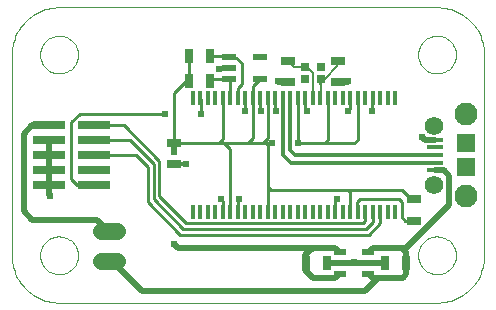
<source format=gtl>
G75*
G70*
%OFA0B0*%
%FSLAX24Y24*%
%IPPOS*%
%LPD*%
%AMOC8*
5,1,8,0,0,1.08239X$1,22.5*
%
%ADD10C,0.0000*%
%ADD11R,0.0138X0.0472*%
%ADD12R,0.0295X0.0276*%
%ADD13R,0.0472X0.0315*%
%ADD14R,0.0315X0.0472*%
%ADD15C,0.0560*%
%ADD16R,0.0394X0.0197*%
%ADD17R,0.1100X0.0290*%
%ADD18R,0.0472X0.0217*%
%ADD19R,0.0551X0.0138*%
%ADD20C,0.0768*%
%ADD21C,0.0620*%
%ADD22R,0.0591X0.0591*%
%ADD23C,0.0060*%
%ADD24C,0.0126*%
%ADD25C,0.0200*%
%ADD26C,0.0100*%
%ADD27C,0.0160*%
%ADD28C,0.0238*%
%ADD29C,0.0120*%
D10*
X001775Y000200D02*
X014373Y000200D01*
X013743Y001775D02*
X013745Y001825D01*
X013751Y001875D01*
X013761Y001924D01*
X013775Y001972D01*
X013792Y002019D01*
X013813Y002064D01*
X013838Y002108D01*
X013866Y002149D01*
X013898Y002188D01*
X013932Y002225D01*
X013969Y002259D01*
X014009Y002289D01*
X014051Y002316D01*
X014095Y002340D01*
X014141Y002361D01*
X014188Y002377D01*
X014236Y002390D01*
X014286Y002399D01*
X014335Y002404D01*
X014386Y002405D01*
X014436Y002402D01*
X014485Y002395D01*
X014534Y002384D01*
X014582Y002369D01*
X014628Y002351D01*
X014673Y002329D01*
X014716Y002303D01*
X014757Y002274D01*
X014796Y002242D01*
X014832Y002207D01*
X014864Y002169D01*
X014894Y002129D01*
X014921Y002086D01*
X014944Y002042D01*
X014963Y001996D01*
X014979Y001948D01*
X014991Y001899D01*
X014999Y001850D01*
X015003Y001800D01*
X015003Y001750D01*
X014999Y001700D01*
X014991Y001651D01*
X014979Y001602D01*
X014963Y001554D01*
X014944Y001508D01*
X014921Y001464D01*
X014894Y001421D01*
X014864Y001381D01*
X014832Y001343D01*
X014796Y001308D01*
X014757Y001276D01*
X014716Y001247D01*
X014673Y001221D01*
X014628Y001199D01*
X014582Y001181D01*
X014534Y001166D01*
X014485Y001155D01*
X014436Y001148D01*
X014386Y001145D01*
X014335Y001146D01*
X014286Y001151D01*
X014236Y001160D01*
X014188Y001173D01*
X014141Y001189D01*
X014095Y001210D01*
X014051Y001234D01*
X014009Y001261D01*
X013969Y001291D01*
X013932Y001325D01*
X013898Y001362D01*
X013866Y001401D01*
X013838Y001442D01*
X013813Y001486D01*
X013792Y001531D01*
X013775Y001578D01*
X013761Y001626D01*
X013751Y001675D01*
X013745Y001725D01*
X013743Y001775D01*
X014373Y000200D02*
X014450Y000202D01*
X014527Y000208D01*
X014604Y000217D01*
X014680Y000230D01*
X014756Y000247D01*
X014830Y000268D01*
X014904Y000292D01*
X014976Y000320D01*
X015046Y000351D01*
X015115Y000386D01*
X015183Y000424D01*
X015248Y000465D01*
X015311Y000510D01*
X015372Y000558D01*
X015431Y000608D01*
X015487Y000661D01*
X015540Y000717D01*
X015590Y000776D01*
X015638Y000837D01*
X015683Y000900D01*
X015724Y000965D01*
X015762Y001033D01*
X015797Y001102D01*
X015828Y001172D01*
X015856Y001244D01*
X015880Y001318D01*
X015901Y001392D01*
X015918Y001468D01*
X015931Y001544D01*
X015940Y001621D01*
X015946Y001698D01*
X015948Y001775D01*
X015948Y008468D01*
X013743Y008468D02*
X013745Y008518D01*
X013751Y008568D01*
X013761Y008617D01*
X013775Y008665D01*
X013792Y008712D01*
X013813Y008757D01*
X013838Y008801D01*
X013866Y008842D01*
X013898Y008881D01*
X013932Y008918D01*
X013969Y008952D01*
X014009Y008982D01*
X014051Y009009D01*
X014095Y009033D01*
X014141Y009054D01*
X014188Y009070D01*
X014236Y009083D01*
X014286Y009092D01*
X014335Y009097D01*
X014386Y009098D01*
X014436Y009095D01*
X014485Y009088D01*
X014534Y009077D01*
X014582Y009062D01*
X014628Y009044D01*
X014673Y009022D01*
X014716Y008996D01*
X014757Y008967D01*
X014796Y008935D01*
X014832Y008900D01*
X014864Y008862D01*
X014894Y008822D01*
X014921Y008779D01*
X014944Y008735D01*
X014963Y008689D01*
X014979Y008641D01*
X014991Y008592D01*
X014999Y008543D01*
X015003Y008493D01*
X015003Y008443D01*
X014999Y008393D01*
X014991Y008344D01*
X014979Y008295D01*
X014963Y008247D01*
X014944Y008201D01*
X014921Y008157D01*
X014894Y008114D01*
X014864Y008074D01*
X014832Y008036D01*
X014796Y008001D01*
X014757Y007969D01*
X014716Y007940D01*
X014673Y007914D01*
X014628Y007892D01*
X014582Y007874D01*
X014534Y007859D01*
X014485Y007848D01*
X014436Y007841D01*
X014386Y007838D01*
X014335Y007839D01*
X014286Y007844D01*
X014236Y007853D01*
X014188Y007866D01*
X014141Y007882D01*
X014095Y007903D01*
X014051Y007927D01*
X014009Y007954D01*
X013969Y007984D01*
X013932Y008018D01*
X013898Y008055D01*
X013866Y008094D01*
X013838Y008135D01*
X013813Y008179D01*
X013792Y008224D01*
X013775Y008271D01*
X013761Y008319D01*
X013751Y008368D01*
X013745Y008418D01*
X013743Y008468D01*
X014373Y010043D02*
X014450Y010041D01*
X014527Y010035D01*
X014604Y010026D01*
X014680Y010013D01*
X014756Y009996D01*
X014830Y009975D01*
X014904Y009951D01*
X014976Y009923D01*
X015046Y009892D01*
X015115Y009857D01*
X015183Y009819D01*
X015248Y009778D01*
X015311Y009733D01*
X015372Y009685D01*
X015431Y009635D01*
X015487Y009582D01*
X015540Y009526D01*
X015590Y009467D01*
X015638Y009406D01*
X015683Y009343D01*
X015724Y009278D01*
X015762Y009210D01*
X015797Y009141D01*
X015828Y009071D01*
X015856Y008999D01*
X015880Y008925D01*
X015901Y008851D01*
X015918Y008775D01*
X015931Y008699D01*
X015940Y008622D01*
X015946Y008545D01*
X015948Y008468D01*
X014373Y010043D02*
X001775Y010043D01*
X001145Y008468D02*
X001147Y008518D01*
X001153Y008568D01*
X001163Y008617D01*
X001177Y008665D01*
X001194Y008712D01*
X001215Y008757D01*
X001240Y008801D01*
X001268Y008842D01*
X001300Y008881D01*
X001334Y008918D01*
X001371Y008952D01*
X001411Y008982D01*
X001453Y009009D01*
X001497Y009033D01*
X001543Y009054D01*
X001590Y009070D01*
X001638Y009083D01*
X001688Y009092D01*
X001737Y009097D01*
X001788Y009098D01*
X001838Y009095D01*
X001887Y009088D01*
X001936Y009077D01*
X001984Y009062D01*
X002030Y009044D01*
X002075Y009022D01*
X002118Y008996D01*
X002159Y008967D01*
X002198Y008935D01*
X002234Y008900D01*
X002266Y008862D01*
X002296Y008822D01*
X002323Y008779D01*
X002346Y008735D01*
X002365Y008689D01*
X002381Y008641D01*
X002393Y008592D01*
X002401Y008543D01*
X002405Y008493D01*
X002405Y008443D01*
X002401Y008393D01*
X002393Y008344D01*
X002381Y008295D01*
X002365Y008247D01*
X002346Y008201D01*
X002323Y008157D01*
X002296Y008114D01*
X002266Y008074D01*
X002234Y008036D01*
X002198Y008001D01*
X002159Y007969D01*
X002118Y007940D01*
X002075Y007914D01*
X002030Y007892D01*
X001984Y007874D01*
X001936Y007859D01*
X001887Y007848D01*
X001838Y007841D01*
X001788Y007838D01*
X001737Y007839D01*
X001688Y007844D01*
X001638Y007853D01*
X001590Y007866D01*
X001543Y007882D01*
X001497Y007903D01*
X001453Y007927D01*
X001411Y007954D01*
X001371Y007984D01*
X001334Y008018D01*
X001300Y008055D01*
X001268Y008094D01*
X001240Y008135D01*
X001215Y008179D01*
X001194Y008224D01*
X001177Y008271D01*
X001163Y008319D01*
X001153Y008368D01*
X001147Y008418D01*
X001145Y008468D01*
X000200Y008468D02*
X000202Y008545D01*
X000208Y008622D01*
X000217Y008699D01*
X000230Y008775D01*
X000247Y008851D01*
X000268Y008925D01*
X000292Y008999D01*
X000320Y009071D01*
X000351Y009141D01*
X000386Y009210D01*
X000424Y009278D01*
X000465Y009343D01*
X000510Y009406D01*
X000558Y009467D01*
X000608Y009526D01*
X000661Y009582D01*
X000717Y009635D01*
X000776Y009685D01*
X000837Y009733D01*
X000900Y009778D01*
X000965Y009819D01*
X001033Y009857D01*
X001102Y009892D01*
X001172Y009923D01*
X001244Y009951D01*
X001318Y009975D01*
X001392Y009996D01*
X001468Y010013D01*
X001544Y010026D01*
X001621Y010035D01*
X001698Y010041D01*
X001775Y010043D01*
X000200Y008468D02*
X000200Y001775D01*
X001145Y001775D02*
X001147Y001825D01*
X001153Y001875D01*
X001163Y001924D01*
X001177Y001972D01*
X001194Y002019D01*
X001215Y002064D01*
X001240Y002108D01*
X001268Y002149D01*
X001300Y002188D01*
X001334Y002225D01*
X001371Y002259D01*
X001411Y002289D01*
X001453Y002316D01*
X001497Y002340D01*
X001543Y002361D01*
X001590Y002377D01*
X001638Y002390D01*
X001688Y002399D01*
X001737Y002404D01*
X001788Y002405D01*
X001838Y002402D01*
X001887Y002395D01*
X001936Y002384D01*
X001984Y002369D01*
X002030Y002351D01*
X002075Y002329D01*
X002118Y002303D01*
X002159Y002274D01*
X002198Y002242D01*
X002234Y002207D01*
X002266Y002169D01*
X002296Y002129D01*
X002323Y002086D01*
X002346Y002042D01*
X002365Y001996D01*
X002381Y001948D01*
X002393Y001899D01*
X002401Y001850D01*
X002405Y001800D01*
X002405Y001750D01*
X002401Y001700D01*
X002393Y001651D01*
X002381Y001602D01*
X002365Y001554D01*
X002346Y001508D01*
X002323Y001464D01*
X002296Y001421D01*
X002266Y001381D01*
X002234Y001343D01*
X002198Y001308D01*
X002159Y001276D01*
X002118Y001247D01*
X002075Y001221D01*
X002030Y001199D01*
X001984Y001181D01*
X001936Y001166D01*
X001887Y001155D01*
X001838Y001148D01*
X001788Y001145D01*
X001737Y001146D01*
X001688Y001151D01*
X001638Y001160D01*
X001590Y001173D01*
X001543Y001189D01*
X001497Y001210D01*
X001453Y001234D01*
X001411Y001261D01*
X001371Y001291D01*
X001334Y001325D01*
X001300Y001362D01*
X001268Y001401D01*
X001240Y001442D01*
X001215Y001486D01*
X001194Y001531D01*
X001177Y001578D01*
X001163Y001626D01*
X001153Y001675D01*
X001147Y001725D01*
X001145Y001775D01*
X000200Y001775D02*
X000202Y001698D01*
X000208Y001621D01*
X000217Y001544D01*
X000230Y001468D01*
X000247Y001392D01*
X000268Y001318D01*
X000292Y001244D01*
X000320Y001172D01*
X000351Y001102D01*
X000386Y001033D01*
X000424Y000965D01*
X000465Y000900D01*
X000510Y000837D01*
X000558Y000776D01*
X000608Y000717D01*
X000661Y000661D01*
X000717Y000608D01*
X000776Y000558D01*
X000837Y000510D01*
X000900Y000465D01*
X000965Y000424D01*
X001033Y000386D01*
X001102Y000351D01*
X001172Y000320D01*
X001244Y000292D01*
X001318Y000268D01*
X001392Y000247D01*
X001468Y000230D01*
X001544Y000217D01*
X001621Y000208D01*
X001698Y000202D01*
X001775Y000200D01*
D11*
X006239Y003228D03*
X006489Y003228D03*
X006739Y003228D03*
X006989Y003228D03*
X007239Y003228D03*
X007489Y003228D03*
X007739Y003228D03*
X007989Y003228D03*
X008239Y003228D03*
X008489Y003228D03*
X008739Y003228D03*
X008989Y003228D03*
X009239Y003228D03*
X009489Y003228D03*
X009739Y003228D03*
X009989Y003228D03*
X010239Y003228D03*
X010489Y003228D03*
X010739Y003228D03*
X010989Y003228D03*
X011239Y003228D03*
X011489Y003228D03*
X011739Y003228D03*
X011989Y003228D03*
X012239Y003228D03*
X012489Y003228D03*
X012739Y003228D03*
X012989Y003228D03*
X012989Y007007D03*
X012739Y007007D03*
X012489Y007007D03*
X012239Y007007D03*
X011989Y007007D03*
X011739Y007007D03*
X011489Y007007D03*
X011239Y007007D03*
X010989Y007007D03*
X010739Y007007D03*
X010489Y007007D03*
X010239Y007007D03*
X009989Y007007D03*
X009739Y007007D03*
X009489Y007007D03*
X009239Y007007D03*
X008989Y007007D03*
X008739Y007007D03*
X008489Y007007D03*
X008239Y007007D03*
X007989Y007007D03*
X007739Y007007D03*
X007489Y007007D03*
X007239Y007007D03*
X006989Y007007D03*
X006739Y007007D03*
X006489Y007007D03*
X006239Y007007D03*
D12*
X009974Y007670D03*
X010505Y007670D03*
X010505Y008064D03*
X009974Y008064D03*
D13*
X009401Y008269D03*
X009401Y007560D03*
X011078Y007560D03*
X011078Y008269D03*
X005602Y005533D03*
X005602Y004824D03*
X013609Y003639D03*
X013609Y002930D03*
D14*
X013333Y001527D03*
X012624Y001527D03*
X010708Y001527D03*
X009999Y001527D03*
X006820Y007580D03*
X006111Y007580D03*
X006111Y008436D03*
X006820Y008436D03*
D15*
X003718Y002584D02*
X003158Y002584D01*
X003158Y001584D02*
X003718Y001584D01*
D16*
X011131Y001901D03*
X012076Y001901D03*
X012076Y001527D03*
X012076Y001153D03*
X011131Y001153D03*
D17*
X002950Y004117D03*
X002950Y004617D03*
X002950Y005117D03*
X002950Y005617D03*
X002950Y006117D03*
X001450Y006117D03*
X001450Y005617D03*
X001450Y005117D03*
X001450Y004617D03*
X001450Y004117D03*
D18*
X007448Y007639D03*
X007448Y008013D03*
X007448Y008387D03*
X008472Y008387D03*
X008472Y007639D03*
D19*
X014294Y005629D03*
X014294Y005373D03*
X014294Y005117D03*
X014294Y004861D03*
X014294Y004606D03*
D20*
X015338Y003739D03*
X015338Y006495D03*
D21*
X014275Y006102D03*
X014275Y004133D03*
D22*
X015338Y004724D03*
X015338Y005511D03*
D23*
X011027Y008074D02*
X011027Y008218D01*
X011078Y008269D01*
X011027Y008074D02*
X010623Y007670D01*
X010505Y007670D01*
X010505Y007007D01*
X010489Y007007D01*
X010239Y007007D02*
X010239Y007492D01*
X010239Y007867D01*
X010043Y008064D01*
X009974Y008064D02*
X009606Y008064D01*
X009401Y008269D01*
X010489Y007655D02*
X010489Y007492D01*
X010489Y007655D02*
X010505Y007670D01*
D24*
X010043Y008064D02*
X009974Y008064D01*
X009489Y007007D02*
X009489Y005281D01*
X009649Y005121D01*
X014291Y005121D01*
X014294Y005117D01*
X014294Y004861D02*
X009515Y004861D01*
X009255Y005121D01*
X009255Y006991D01*
X009239Y007007D01*
D25*
X009080Y007560D02*
X009058Y007582D01*
X009080Y007560D02*
X009401Y007560D01*
X011078Y007560D02*
X011399Y007560D01*
X011420Y007582D01*
X013881Y005712D02*
X013964Y005629D01*
X014294Y005629D01*
X014294Y004606D02*
X014594Y004606D01*
X014767Y004432D01*
X014767Y003448D01*
X013487Y002169D01*
X013287Y001968D01*
X013354Y001902D01*
X013354Y001547D01*
X013333Y001527D01*
X013354Y001506D01*
X013354Y001152D01*
X013229Y001027D01*
X012405Y001027D01*
X011972Y000594D01*
X004531Y000594D01*
X003541Y001584D01*
X003438Y001584D01*
X003438Y002584D02*
X003426Y002584D01*
X003054Y002956D01*
X000889Y002956D01*
X000594Y003251D01*
X000594Y005810D01*
X000889Y006106D01*
X001438Y006106D01*
X001450Y006117D01*
X001450Y005617D02*
X001450Y005117D01*
X001450Y003773D01*
X001480Y003743D01*
X001450Y004117D02*
X001450Y004617D01*
X001450Y005117D01*
X005613Y005220D02*
X005613Y005521D01*
X005602Y005533D01*
X005613Y002169D02*
X005755Y002027D01*
X010979Y002027D01*
X010229Y002027D01*
X009979Y001777D01*
X009979Y001547D01*
X009999Y001527D01*
X009979Y001506D01*
X009979Y001277D01*
X010229Y001027D01*
X010979Y001027D01*
X011105Y001153D01*
X011131Y001153D01*
X011420Y001527D02*
X010708Y001527D01*
X011606Y001527D01*
X011617Y001539D01*
X011617Y001527D02*
X011420Y001527D01*
X011617Y001527D01*
X012076Y001527D01*
X012624Y001527D01*
X012229Y001027D02*
X012103Y001153D01*
X012076Y001153D01*
X012229Y001027D02*
X012405Y001027D01*
X012103Y001901D02*
X012076Y001901D01*
X012103Y001901D02*
X012229Y002027D01*
X013229Y002027D01*
X013287Y001968D01*
X011131Y001901D02*
X011105Y001901D01*
X010979Y002027D01*
D26*
X012011Y002661D02*
X006007Y002661D01*
X005909Y002661D01*
X004924Y003645D01*
X004924Y004826D01*
X004133Y005617D01*
X002950Y005617D01*
X002950Y005117D02*
X004338Y005117D01*
X004728Y004728D01*
X004728Y003546D01*
X005810Y002464D01*
X006007Y002464D01*
X012109Y002464D01*
X012489Y002844D01*
X012489Y003228D01*
X012239Y003228D02*
X012239Y002889D01*
X012109Y002759D01*
X012011Y002661D01*
X011913Y002857D02*
X006007Y002857D01*
X005121Y003743D01*
X005121Y004924D01*
X003928Y006117D01*
X002950Y006117D01*
X002464Y006499D02*
X005318Y006499D01*
X005613Y007188D02*
X006005Y007580D01*
X006111Y007580D01*
X006111Y008436D01*
X006820Y008436D02*
X007399Y008436D01*
X007448Y008387D01*
X007466Y008369D01*
X007680Y008369D01*
X007877Y008172D01*
X007877Y007483D01*
X007739Y007346D01*
X007739Y007007D01*
X007489Y007007D02*
X007489Y007598D01*
X007448Y007639D01*
X006879Y007639D01*
X006820Y007580D01*
X007090Y007976D02*
X007127Y008013D01*
X007448Y008013D01*
X008239Y007407D02*
X008472Y007639D01*
X008239Y007407D02*
X008239Y007007D01*
X008239Y005680D01*
X008074Y005515D01*
X007287Y005515D01*
X007489Y005312D01*
X007489Y003228D01*
X007739Y003228D02*
X007739Y003606D01*
X007779Y003645D01*
X007239Y003594D02*
X007188Y003645D01*
X007239Y003594D02*
X007239Y003228D01*
X008739Y003228D02*
X008739Y003842D01*
X008739Y003940D01*
X008739Y004039D01*
X008838Y003940D01*
X011420Y003940D01*
X011489Y003871D01*
X011489Y003228D01*
X011716Y003251D02*
X011739Y003228D01*
X011716Y003251D02*
X011716Y003546D01*
X011814Y003645D01*
X013094Y003645D01*
X013192Y003546D01*
X013192Y003054D01*
X013316Y002930D01*
X013609Y002930D01*
X013609Y003639D02*
X013493Y003639D01*
X013192Y003940D01*
X011420Y003940D01*
X011027Y003645D02*
X010989Y003607D01*
X010989Y003228D01*
X011913Y002857D02*
X011989Y002934D01*
X011989Y003228D01*
X008739Y004039D02*
X008739Y005440D01*
X008665Y005515D01*
X008369Y005515D01*
X008074Y005515D01*
X008369Y005515D02*
X008566Y005515D01*
X008739Y005688D01*
X008739Y007007D01*
X008489Y007007D02*
X008489Y006619D01*
X008489Y006615D01*
X008507Y006598D01*
X008989Y006627D02*
X008999Y006598D01*
X008989Y006627D02*
X008989Y007007D01*
X009739Y007007D02*
X009739Y005523D01*
X009747Y005515D01*
X010338Y005515D01*
X011617Y005515D01*
X011739Y005637D01*
X011739Y007007D01*
X011489Y007007D02*
X011489Y006667D01*
X011420Y006598D01*
X010739Y007007D02*
X010739Y005621D01*
X010633Y005515D01*
X010338Y005515D01*
X008861Y005515D02*
X008665Y005515D01*
X007287Y005515D02*
X006794Y005515D01*
X005619Y005515D01*
X005602Y005533D02*
X005613Y005544D01*
X005613Y007188D01*
X006489Y007007D02*
X006499Y006997D01*
X006499Y006499D01*
X007239Y007007D02*
X007239Y005665D01*
X007090Y005515D01*
X006794Y005515D01*
X007989Y006611D02*
X007989Y007007D01*
X009989Y007007D02*
X009989Y006651D01*
X010043Y006598D01*
X012208Y006598D02*
X012208Y006976D01*
X012239Y007007D01*
X002950Y004117D02*
X002385Y004117D01*
X002169Y004334D01*
X002169Y006204D01*
X002464Y006499D01*
D27*
X005602Y005533D02*
X005619Y005515D01*
X005604Y004826D02*
X005602Y004824D01*
X007976Y006598D02*
X007989Y006611D01*
D28*
X007976Y006598D03*
X008507Y006598D03*
X008999Y006598D03*
X010043Y006598D03*
X011420Y006598D03*
X012208Y006598D03*
X011420Y007582D03*
X009058Y007582D03*
X007090Y007976D03*
X006499Y006499D03*
X005318Y006499D03*
X005613Y005220D03*
X006007Y004826D03*
X007188Y003645D03*
X007779Y003645D03*
X005613Y002169D03*
X001480Y003743D03*
X008861Y005515D03*
X009747Y005515D03*
X011027Y003645D03*
X011617Y001539D03*
X013881Y005712D03*
D29*
X006007Y004826D02*
X005604Y004826D01*
M02*

</source>
